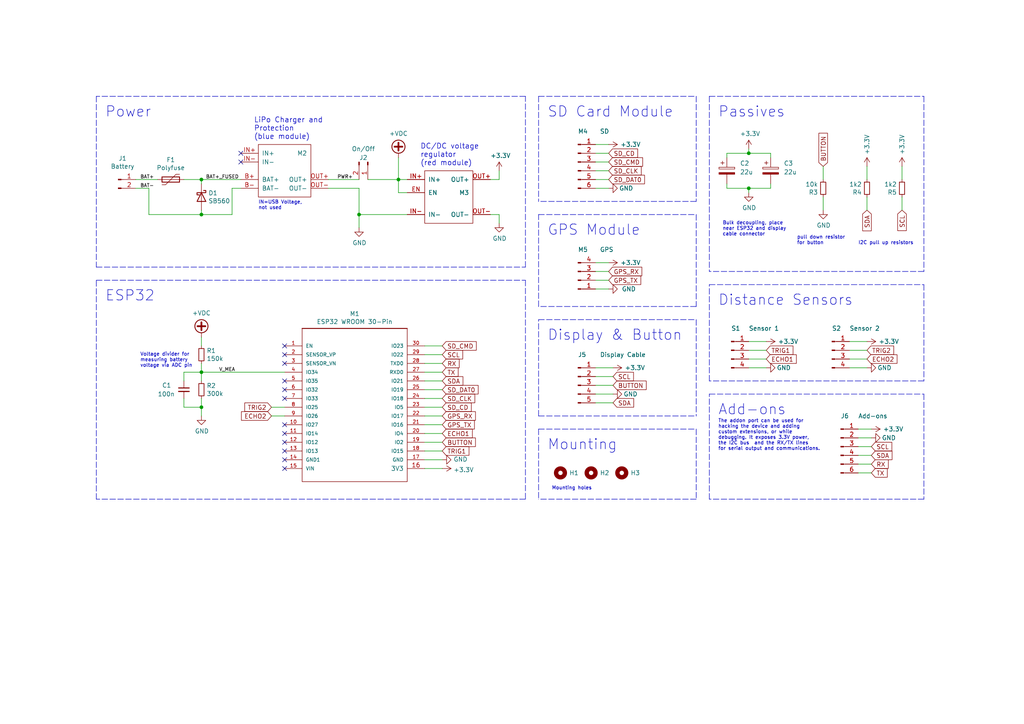
<source format=kicad_sch>
(kicad_sch (version 20211123) (generator eeschema)
  (paper "A4")
  (title_block (title "OpenBikeSensor") (date "2022-11-03") (rev "0.3.13") (company "OpenBikeSensor Community"))
  (lib_symbols
    (symbol "Connector:Conn_01x02_Male" (pin_names (offset 1.016) hide)
      (property "Reference" "J" (at 0 2.54 0))
      (property "Value" "Conn_01x02_Male" (at 0 -5.08 0))
      (symbol "Conn_01x02_Male_1_1"
        (polyline (pts (xy 1.27 -2.54) (xy 0.8636 -2.54)) (stroke (width 0.1524)))
        (polyline (pts (xy 1.27 0) (xy 0.8636 0)) (stroke (width 0.1524)))
        (rectangle (start 0.8636 -2.413) (end 0 -2.667) (stroke (width 0.1524)) (fill (type outline)))
        (rectangle (start 0.8636 0.127) (end 0 -0.127) (stroke (width 0.1524)) (fill (type outline)))
        (pin passive line (at 5.08 0 180) (length 3.81) (name "Pin_1") (number "1"))
        (pin passive line (at 5.08 -2.54 180) (length 3.81) (name "Pin_2") (number "2"))
      )
    )
    (symbol "Connector:Conn_01x04_Male" (pin_names (offset 1.016) hide)
      (property "Reference" "J" (at 0 5.08 0))
      (property "Value" "Conn_01x04_Male" (at 0 -7.62 0))
      (symbol "Conn_01x04_Male_1_1"
        (polyline (pts (xy 1.27 -5.08) (xy 0.8636 -5.08)) (stroke (width 0.1524)))
        (polyline (pts (xy 1.27 -2.54) (xy 0.8636 -2.54)) (stroke (width 0.1524)))
        (polyline (pts (xy 1.27 0) (xy 0.8636 0)) (stroke (width 0.1524)))
        (polyline (pts (xy 1.27 2.54) (xy 0.8636 2.54)) (stroke (width 0.1524)))
        (rectangle (start 0.8636 -4.953) (end 0 -5.207) (stroke (width 0.1524)) (fill (type outline)))
        (rectangle (start 0.8636 -2.413) (end 0 -2.667) (stroke (width 0.1524)) (fill (type outline)))
        (rectangle (start 0.8636 0.127) (end 0 -0.127) (stroke (width 0.1524)) (fill (type outline)))
        (rectangle (start 0.8636 2.667) (end 0 2.413) (stroke (width 0.1524)) (fill (type outline)))
        (pin passive line (at 5.08 2.54 180) (length 3.81) (name "Pin_1") (number "1"))
        (pin passive line (at 5.08 0 180) (length 3.81) (name "Pin_2") (number "2"))
        (pin passive line (at 5.08 -2.54 180) (length 3.81) (name "Pin_3") (number "3"))
        (pin passive line (at 5.08 -5.08 180) (length 3.81) (name "Pin_4") (number "4"))
      )
    )
    (symbol "Connector:Conn_01x05_Male" (pin_names (offset 1.016) hide)
      (property "Reference" "J" (at 0 7.62 0))
      (property "Value" "Conn_01x05_Male" (at 0 -7.62 0))
      (symbol "Conn_01x05_Male_1_1"
        (polyline (pts (xy 1.27 -5.08) (xy 0.8636 -5.08)) (stroke (width 0.1524)))
        (polyline (pts (xy 1.27 -2.54) (xy 0.8636 -2.54)) (stroke (width 0.1524)))
        (polyline (pts (xy 1.27 0) (xy 0.8636 0)) (stroke (width 0.1524)))
        (polyline (pts (xy 1.27 2.54) (xy 0.8636 2.54)) (stroke (width 0.1524)))
        (polyline (pts (xy 1.27 5.08) (xy 0.8636 5.08)) (stroke (width 0.1524)))
        (rectangle (start 0.8636 -4.953) (end 0 -5.207) (stroke (width 0.1524)) (fill (type outline)))
        (rectangle (start 0.8636 -2.413) (end 0 -2.667) (stroke (width 0.1524)) (fill (type outline)))
        (rectangle (start 0.8636 0.127) (end 0 -0.127) (stroke (width 0.1524)) (fill (type outline)))
        (rectangle (start 0.8636 2.667) (end 0 2.413) (stroke (width 0.1524)) (fill (type outline)))
        (rectangle (start 0.8636 5.207) (end 0 4.953) (stroke (width 0.1524)) (fill (type outline)))
        (pin passive line (at 5.08 5.08 180) (length 3.81) (name "Pin_1") (number "1"))
        (pin passive line (at 5.08 2.54 180) (length 3.81) (name "Pin_2") (number "2"))
        (pin passive line (at 5.08 0 180) (length 3.81) (name "Pin_3") (number "3"))
        (pin passive line (at 5.08 -2.54 180) (length 3.81) (name "Pin_4") (number "4"))
        (pin passive line (at 5.08 -5.08 180) (length 3.81) (name "Pin_5") (number "5"))
      )
    )
    (symbol "Connector:Conn_01x06_Male" (pin_names (offset 1.016) hide)
      (property "Reference" "J" (at 0 7.62 0))
      (property "Value" "Conn_01x06_Male" (at 0 -10.16 0))
      (symbol "Conn_01x06_Male_1_1"
        (polyline (pts (xy 1.27 -7.62) (xy 0.8636 -7.62)) (stroke (width 0.1524)))
        (polyline (pts (xy 1.27 -5.08) (xy 0.8636 -5.08)) (stroke (width 0.1524)))
        (polyline (pts (xy 1.27 -2.54) (xy 0.8636 -2.54)) (stroke (width 0.1524)))
        (polyline (pts (xy 1.27 0) (xy 0.8636 0)) (stroke (width 0.1524)))
        (polyline (pts (xy 1.27 2.54) (xy 0.8636 2.54)) (stroke (width 0.1524)))
        (polyline (pts (xy 1.27 5.08) (xy 0.8636 5.08)) (stroke (width 0.1524)))
        (rectangle (start 0.8636 -7.493) (end 0 -7.747) (stroke (width 0.1524)) (fill (type outline)))
        (rectangle (start 0.8636 -4.953) (end 0 -5.207) (stroke (width 0.1524)) (fill (type outline)))
        (rectangle (start 0.8636 -2.413) (end 0 -2.667) (stroke (width 0.1524)) (fill (type outline)))
        (rectangle (start 0.8636 0.127) (end 0 -0.127) (stroke (width 0.1524)) (fill (type outline)))
        (rectangle (start 0.8636 2.667) (end 0 2.413) (stroke (width 0.1524)) (fill (type outline)))
        (rectangle (start 0.8636 5.207) (end 0 4.953) (stroke (width 0.1524)) (fill (type outline)))
        (pin passive line (at 5.08 5.08 180) (length 3.81) (name "Pin_1") (number "1"))
        (pin passive line (at 5.08 2.54 180) (length 3.81) (name "Pin_2") (number "2"))
        (pin passive line (at 5.08 0 180) (length 3.81) (name "Pin_3") (number "3"))
        (pin passive line (at 5.08 -2.54 180) (length 3.81) (name "Pin_4") (number "4"))
        (pin passive line (at 5.08 -5.08 180) (length 3.81) (name "Pin_5") (number "5"))
        (pin passive line (at 5.08 -7.62 180) (length 3.81) (name "Pin_6") (number "6"))
      )
    )
    (symbol "Device:C_Polarized" (pin_numbers hide) (pin_names (offset 0.254))
      (property "Reference" "C" (at 0.635 2.54 0))
      (property "Value" "C_Polarized" (at 0.635 -2.54 0))
      (symbol "C_Polarized_0_1"
        (rectangle (start -2.286 0.508) (end 2.286 1.016))
        (polyline (pts (xy -1.778 2.286) (xy -0.762 2.286)))
        (polyline (pts (xy -1.27 2.794) (xy -1.27 1.778)))
        (rectangle (start 2.286 -0.508) (end -2.286 -1.016) (fill (type outline)))
      )
      (symbol "C_Polarized_1_1"
        (pin passive line (at 0 3.81 270) (length 2.794) (name "~") (number "1"))
        (pin passive line (at 0 -3.81 90) (length 2.794) (name "~") (number "2"))
      )
    )
    (symbol "Device:C_Small" (pin_numbers hide) (pin_names (offset 0.254) hide)
      (property "Reference" "C" (at 0.254 1.778 0))
      (property "Value" "C_Small" (at 0.254 -2.032 0))
      (symbol "C_Small_0_1"
        (polyline (pts (xy -1.524 -0.508) (xy 1.524 -0.508)) (stroke (width 0.3302)))
        (polyline (pts (xy -1.524 0.508) (xy 1.524 0.508)) (stroke (width 0.3048)))
      )
      (symbol "C_Small_1_1"
        (pin passive line (at 0 2.54 270) (length 2.032) (name "~") (number "1"))
        (pin passive line (at 0 -2.54 90) (length 2.032) (name "~") (number "2"))
      )
    )
    (symbol "Device:Polyfuse" (pin_numbers hide) (pin_names (offset 0))
      (property "Reference" "F" (at -2.54 0 90))
      (property "Value" "Polyfuse" (at 2.54 0 90))
      (symbol "Polyfuse_0_1"
        (rectangle (start -0.762 2.54) (end 0.762 -2.54) (stroke (width 0.254)))
        (polyline (pts (xy 0 2.54) (xy 0 -2.54)))
        (polyline (pts (xy -1.524 2.54) (xy -1.524 1.524) (xy 1.524 -1.524) (xy 1.524 -2.54)))
      )
      (symbol "Polyfuse_1_1"
        (pin passive line (at 0 3.81 270) (length 1.27) (name "~") (number "1"))
        (pin passive line (at 0 -3.81 90) (length 1.27) (name "~") (number "2"))
      )
    )
    (symbol "Device:R_Small" (pin_numbers hide) (pin_names (offset 0.254) hide)
      (property "Reference" "R" (at 0.762 0.508 0))
      (property "Value" "R_Small" (at 0.762 -1.016 0))
      (symbol "R_Small_0_1"
        (rectangle (start -0.762 1.778) (end 0.762 -1.778) (stroke (width 0.2032)))
      )
      (symbol "R_Small_1_1"
        (pin passive line (at 0 2.54 270) (length 0.762) (name "~") (number "1"))
        (pin passive line (at 0 -2.54 90) (length 0.762) (name "~") (number "2"))
      )
    )
    (symbol "Diode:1N5820" (pin_numbers hide) (pin_names (offset 1.016) hide)
      (property "Reference" "D" (at 0 2.54 0))
      (property "Value" "1N5820" (at 0 -2.54 0))
      (symbol "1N5820_0_1"
        (polyline (pts (xy 1.27 0) (xy -1.27 0)))
        (polyline (pts (xy 1.27 1.27) (xy 1.27 -1.27) (xy -1.27 0) (xy 1.27 1.27)) (stroke (width 0.254)))
        (polyline (pts (xy -1.905 0.635) (xy -1.905 1.27) (xy -1.27 1.27) (xy -1.27 -1.27) (xy -0.635 -1.27) (xy -0.635 -0.635)) (stroke (width 0.254)))
      )
      (symbol "1N5820_1_1"
        (pin passive line (at -3.81 0 0) (length 2.54) (name "K") (number "1"))
        (pin passive line (at 3.81 0 180) (length 2.54) (name "A") (number "2"))
      )
    )
    (symbol "Mechanical:MountingHole" (pin_names (offset 1.016))
      (property "Reference" "H" (at 0 5.08 0))
      (property "Value" "MountingHole" (at 0 3.175 0))
      (symbol "MountingHole_0_1"
        (circle (center 0 0) (radius 1.27) (stroke (width 1.27)))
      )
    )
    (symbol "OpenBikeSensor:ESP32-WROOM-30" (pin_names (offset 1.016))
      (property "Reference" "U" (at 0 0 0))
      (property "Value" "ESP32-WROOM-30" (at 0 0 0))
      (symbol "ESP32-WROOM-30_0_1"
        (rectangle (start -13.97 -2.54) (end 16.51 -46.99))
      )
      (symbol "ESP32-WROOM-30_1_1"
        (polyline (pts (xy -13.97 -2.54) (xy 16.51 -2.54)) (stroke (width 0.254)))
        (pin input line (at -19.05 -7.62 0) (length 5.08) (name "EN") (number "1"))
        (pin bidirectional line (at -19.05 -30.48 0) (length 5.08) (name "IO27") (number "10"))
        (pin bidirectional line (at -19.05 -33.02 0) (length 5.08) (name "IO14") (number "11"))
        (pin bidirectional line (at -19.05 -35.56 0) (length 5.08) (name "IO12") (number "12"))
        (pin bidirectional line (at -19.05 -38.1 0) (length 5.08) (name "IO13") (number "13"))
        (pin power_in line (at -19.05 -40.64 0) (length 5.08) (name "GND1") (number "14"))
        (pin power_in line (at -19.05 -43.18 0) (length 5.08) (name "VIN") (number "15"))
        (pin power_in line (at 21.59 -43.18 180) (length 5.08) (name "3V3") (number "16"))
        (pin power_in line (at 21.59 -40.64 180) (length 5.08) (name "GND") (number "17"))
        (pin bidirectional line (at 21.59 -38.1 180) (length 5.08) (name "IO15") (number "18"))
        (pin bidirectional line (at 21.59 -35.56 180) (length 5.08) (name "IO2") (number "19"))
        (pin input line (at -19.05 -10.16 0) (length 5.08) (name "SENSOR_VP") (number "2"))
        (pin bidirectional line (at 21.59 -33.02 180) (length 5.08) (name "IO4") (number "20"))
        (pin bidirectional line (at 21.59 -30.48 180) (length 5.08) (name "IO16") (number "21"))
        (pin bidirectional line (at 21.59 -27.94 180) (length 5.08) (name "IO17") (number "22"))
        (pin bidirectional line (at 21.59 -25.4 180) (length 5.08) (name "IO5") (number "23"))
        (pin bidirectional line (at 21.59 -22.86 180) (length 5.08) (name "IO18") (number "24"))
        (pin bidirectional line (at 21.59 -20.32 180) (length 5.08) (name "IO19") (number "25"))
        (pin bidirectional line (at 21.59 -17.78 180) (length 5.08) (name "IO21") (number "26"))
        (pin input line (at 21.59 -15.24 180) (length 5.08) (name "RXD0") (number "27"))
        (pin output line (at 21.59 -12.7 180) (length 5.08) (name "TXD0") (number "28"))
        (pin bidirectional line (at 21.59 -10.16 180) (length 5.08) (name "IO22") (number "29"))
        (pin input line (at -19.05 -12.7 0) (length 5.08) (name "SENSOR_VN") (number "3"))
        (pin bidirectional line (at 21.59 -7.62 180) (length 5.08) (name "IO23") (number "30"))
        (pin bidirectional line (at -19.05 -15.24 0) (length 5.08) (name "IO34") (number "4"))
        (pin bidirectional line (at -19.05 -17.78 0) (length 5.08) (name "IO35") (number "5"))
        (pin bidirectional line (at -19.05 -20.32 0) (length 5.08) (name "IO32") (number "6"))
        (pin bidirectional line (at -19.05 -22.86 0) (length 5.08) (name "IO33") (number "7"))
        (pin bidirectional line (at -19.05 -25.4 0) (length 5.08) (name "IO25") (number "8"))
        (pin bidirectional line (at -19.05 -27.94 0) (length 5.08) (name "IO26") (number "9"))
      )
    )
    (symbol "OpenBikeSensor:LIPoChargerWithProtection" (pin_names (offset 1.016))
      (property "Reference" "M?" (at 0 0 0))
      (property "Value" "LIPoChargerWithProtection" (at 1.905 -9.525 0))
      (symbol "LIPoChargerWithProtection_1_1"
        (rectangle (start -7.62 7.62) (end 7.62 -7.62))
        (pin power_in line (at -12.7 -2.54 0) (length 5.08) (name "BAT+") (number "B+"))
        (pin power_in line (at -12.7 -5.08 0) (length 5.08) (name "BAT-") (number "B-"))
        (pin power_in line (at -12.7 5.08 0) (length 5.08) (name "IN+") (number "IN+"))
        (pin power_in line (at -12.7 2.54 0) (length 5.08) (name "IN-") (number "IN-"))
        (pin power_out line (at 12.7 -2.54 180) (length 5.08) (name "OUT+") (number "OUT+"))
        (pin power_out line (at 12.7 -5.08 180) (length 5.08) (name "OUT-") (number "OUT-"))
      )
    )
    (symbol "OpenBikeSensor:VoltageRegulator" (pin_names (offset 1.016))
      (property "Reference" "U" (at -1.27 8.89 0))
      (property "Value" "VoltageRegulator" (at -1.27 11.43 0))
      (symbol "VoltageRegulator_0_1"
        (rectangle (start -7.62 7.62) (end 6.35 -7.62))
      )
      (symbol "VoltageRegulator_1_1"
        (pin input line (at -12.7 1.27 0) (length 5.08) (name "EN") (number "EN"))
        (pin power_in line (at -12.7 5.08 0) (length 5.08) (name "IN+") (number "IN+"))
        (pin power_in line (at -12.7 -5.08 0) (length 5.08) (name "IN-") (number "IN-"))
        (pin power_out line (at 11.43 5.08 180) (length 5.08) (name "OUT+") (number "OUT+"))
        (pin power_out line (at 11.43 -5.08 180) (length 5.08) (name "OUT-") (number "OUT-"))
      )
    )
    (symbol "power:+3.3V" (power) (pin_names (offset 0))
      (property "Value" "+3.3V" (at 0 3.556 0))
      (symbol "+3.3V_0_1"
        (polyline (pts (xy -0.762 1.27) (xy 0 2.54)))
        (polyline (pts (xy 0 0) (xy 0 2.54)))
        (polyline (pts (xy 0 2.54) (xy 0.762 1.27)))
      )
      (symbol "+3.3V_1_1"
        (pin power_in line (at 0 0 90) (length 0) hide (name "+3.3V") (number "1"))
      )
    )
    (symbol "power:+VDC" (power) (pin_names (offset 0))
      (property "Value" "+VDC" (at 0 6.35 0))
      (symbol "+VDC_0_1"
        (polyline (pts (xy -1.143 3.175) (xy 1.143 3.175)) (stroke (width 0.508)))
        (polyline (pts (xy 0 0) (xy 0 1.27)))
        (polyline (pts (xy 0 2.032) (xy 0 4.318)) (stroke (width 0.508)))
        (circle (center 0 3.175) (radius 1.905) (stroke (width 0.254)))
      )
      (symbol "+VDC_1_1"
        (pin power_in line (at 0 0 90) (length 0) hide (name "+VDC") (number "1"))
      )
    )
    (symbol "power:GND" (power) (pin_names (offset 0))
      (property "Value" "GND" (at 0 -3.81 0))
      (symbol "GND_0_1"
        (polyline (pts (xy 0 0) (xy 0 -1.27) (xy 1.27 -1.27) (xy 0 -2.54) (xy -1.27 -1.27) (xy 0 -1.27)))
      )
      (symbol "GND_1_1"
        (pin power_in line (at 0 0 270) (length 0) hide (name "GND") (number "1"))
      )
    )
  )
  (junction (at 217.17 44.45))
  (junction (at 58.42 107.95))
  (junction (at 58.42 118.11))
  (junction (at 217.17 54.61))
  (junction (at 58.42 52.07))
  (junction (at 58.42 62.23))
  (junction (at 115.57 52.07))
  (junction (at 104.14 62.23))
  (no_connect (at 82.55 105.41))
  (no_connect (at 69.85 44.45))
  (no_connect (at 82.55 123.19))
  (no_connect (at 82.55 130.81))
  (no_connect (at 82.55 133.35))
  (no_connect (at 82.55 110.49))
  (no_connect (at 82.55 115.57))
  (no_connect (at 82.55 135.89))
  (no_connect (at 69.85 46.99))
  (no_connect (at 82.55 102.87))
  (no_connect (at 82.55 125.73))
  (no_connect (at 82.55 113.03))
  (no_connect (at 82.55 100.33))
  (no_connect (at 82.55 128.27))
  (polyline (pts (xy 152.4 27.94) (xy 27.94 27.94)))
  (polyline (pts (xy 201.93 88.9) (xy 156.21 88.9)))
  (polyline (pts (xy 201.93 92.71) (xy 201.93 120.65)))
  (wire (pts (xy 128.27 100.33) (xy 123.19 100.33)))
  (polyline (pts (xy 156.21 120.65) (xy 156.21 92.71)))
  (polyline (pts (xy 201.93 124.46) (xy 201.93 144.78)))
  (wire (pts (xy 104.14 66.04) (xy 104.14 62.23)))
  (wire (pts (xy 176.53 83.82) (xy 172.72 83.82)))
  (wire (pts (xy 144.78 62.23) (xy 142.24 62.23)))
  (wire (pts (xy 176.53 78.74) (xy 172.72 78.74)))
  (polyline (pts (xy 156.21 62.23) (xy 201.93 62.23)))
  (wire (pts (xy 53.34 115.57) (xy 53.34 118.11)))
  (wire (pts (xy 115.57 52.07) (xy 118.11 52.07)))
  (wire (pts (xy 222.25 104.14) (xy 217.17 104.14)))
  (wire (pts (xy 69.85 54.61) (xy 67.31 54.61)))
  (wire (pts (xy 246.38 106.68) (xy 251.46 106.68)))
  (polyline (pts (xy 156.21 88.9) (xy 156.21 62.23)))
  (wire (pts (xy 172.72 109.22) (xy 177.8 109.22)))
  (wire (pts (xy 128.27 125.73) (xy 123.19 125.73)))
  (wire (pts (xy 128.27 107.95) (xy 123.19 107.95)))
  (polyline (pts (xy 267.97 144.78) (xy 205.74 144.78)))
  (wire (pts (xy 251.46 99.06) (xy 246.38 99.06)))
  (wire (pts (xy 115.57 55.88) (xy 115.57 52.07)))
  (wire (pts (xy 251.46 104.14) (xy 246.38 104.14)))
  (wire (pts (xy 123.19 115.57) (xy 128.27 115.57)))
  (wire (pts (xy 210.82 44.45) (xy 210.82 45.72)))
  (wire (pts (xy 172.72 114.3) (xy 177.8 114.3)))
  (polyline (pts (xy 205.74 82.55) (xy 267.97 82.55)))
  (wire (pts (xy 128.27 123.19) (xy 123.19 123.19)))
  (polyline (pts (xy 267.97 27.94) (xy 267.97 78.74)))
  (polyline (pts (xy 152.4 77.47) (xy 152.4 27.94)))
  (wire (pts (xy 251.46 57.15) (xy 251.46 60.96)))
  (polyline (pts (xy 156.21 124.46) (xy 156.21 144.78)))
  (wire (pts (xy 210.82 54.61) (xy 217.17 54.61)))
  (wire (pts (xy 43.18 62.23) (xy 43.18 54.61)))
  (polyline (pts (xy 156.21 27.94) (xy 156.21 58.42)))
  (polyline (pts (xy 205.74 110.49) (xy 205.74 82.55)))
  (polyline (pts (xy 205.74 27.94) (xy 205.74 78.74)))
  (polyline (pts (xy 201.93 144.78) (xy 156.21 144.78)))
  (wire (pts (xy 106.68 52.07) (xy 115.57 52.07)))
  (wire (pts (xy 58.42 62.23) (xy 58.42 60.96)))
  (wire (pts (xy 58.42 118.11) (xy 58.42 115.57)))
  (wire (pts (xy 78.74 118.11) (xy 82.55 118.11)))
  (wire (pts (xy 104.14 54.61) (xy 95.25 54.61)))
  (polyline (pts (xy 201.93 62.23) (xy 201.93 88.9)))
  (polyline (pts (xy 267.97 78.74) (xy 205.74 78.74)))
  (wire (pts (xy 58.42 107.95) (xy 82.55 107.95)))
  (polyline (pts (xy 27.94 27.94) (xy 27.94 77.47)))
  (wire (pts (xy 248.92 132.08) (xy 252.73 132.08)))
  (polyline (pts (xy 267.97 110.49) (xy 205.74 110.49)))
  (wire (pts (xy 144.78 52.07) (xy 144.78 49.53)))
  (wire (pts (xy 142.24 52.07) (xy 144.78 52.07)))
  (wire (pts (xy 78.74 120.65) (xy 82.55 120.65)))
  (wire (pts (xy 58.42 52.07) (xy 69.85 52.07)))
  (wire (pts (xy 251.46 48.26) (xy 251.46 52.07)))
  (polyline (pts (xy 27.94 144.78) (xy 27.94 81.28)))
  (wire (pts (xy 53.34 52.07) (xy 58.42 52.07)))
  (wire (pts (xy 118.11 55.88) (xy 115.57 55.88)))
  (wire (pts (xy 177.8 116.84) (xy 172.72 116.84)))
  (wire (pts (xy 53.34 107.95) (xy 58.42 107.95)))
  (wire (pts (xy 123.19 110.49) (xy 128.27 110.49)))
  (wire (pts (xy 58.42 52.07) (xy 58.42 53.34)))
  (wire (pts (xy 248.92 127) (xy 252.73 127)))
  (wire (pts (xy 210.82 53.34) (xy 210.82 54.61)))
  (polyline (pts (xy 201.93 27.94) (xy 201.93 58.42)))
  (wire (pts (xy 238.76 52.07) (xy 238.76 48.26)))
  (wire (pts (xy 217.17 44.45) (xy 210.82 44.45)))
  (polyline (pts (xy 156.21 124.46) (xy 201.93 124.46)))
  (wire (pts (xy 39.37 54.61) (xy 43.18 54.61)))
  (wire (pts (xy 172.72 111.76) (xy 177.8 111.76)))
  (wire (pts (xy 177.8 106.68) (xy 172.72 106.68)))
  (wire (pts (xy 123.19 120.65) (xy 128.27 120.65)))
  (wire (pts (xy 172.72 49.53) (xy 176.53 49.53)))
  (wire (pts (xy 53.34 110.49) (xy 53.34 107.95)))
  (wire (pts (xy 223.52 45.72) (xy 223.52 44.45)))
  (wire (pts (xy 58.42 110.49) (xy 58.42 107.95)))
  (polyline (pts (xy 201.93 58.42) (xy 156.21 58.42)))
  (polyline (pts (xy 156.21 120.65) (xy 201.93 120.65)))
  (polyline (pts (xy 267.97 82.55) (xy 267.97 110.49)))
  (polyline (pts (xy 152.4 81.28) (xy 152.4 144.78)))
  (wire (pts (xy 53.34 118.11) (xy 58.42 118.11)))
  (wire (pts (xy 217.17 54.61) (xy 217.17 55.88)))
  (wire (pts (xy 128.27 102.87) (xy 123.19 102.87)))
  (wire (pts (xy 104.14 62.23) (xy 104.14 54.61)))
  (polyline (pts (xy 156.21 92.71) (xy 201.93 92.71)))
  (wire (pts (xy 246.38 101.6) (xy 251.46 101.6)))
  (wire (pts (xy 172.72 44.45) (xy 176.53 44.45)))
  (polyline (pts (xy 205.74 144.78) (xy 205.74 114.3)))
  (wire (pts (xy 58.42 62.23) (xy 67.31 62.23)))
  (wire (pts (xy 123.19 133.35) (xy 128.27 133.35)))
  (wire (pts (xy 261.62 48.26) (xy 261.62 52.07)))
  (wire (pts (xy 58.42 97.79) (xy 58.42 100.33)))
  (polyline (pts (xy 27.94 81.28) (xy 152.4 81.28)))
  (wire (pts (xy 104.14 62.23) (xy 118.11 62.23)))
  (wire (pts (xy 217.17 106.68) (xy 222.25 106.68)))
  (wire (pts (xy 58.42 62.23) (xy 43.18 62.23)))
  (wire (pts (xy 128.27 105.41) (xy 123.19 105.41)))
  (wire (pts (xy 123.19 113.03) (xy 128.27 113.03)))
  (wire (pts (xy 176.53 52.07) (xy 172.72 52.07)))
  (wire (pts (xy 217.17 54.61) (xy 223.52 54.61)))
  (polyline (pts (xy 205.74 114.3) (xy 267.97 114.3)))
  (wire (pts (xy 144.78 64.77) (xy 144.78 62.23)))
  (wire (pts (xy 238.76 60.96) (xy 238.76 57.15)))
  (wire (pts (xy 223.52 44.45) (xy 217.17 44.45)))
  (wire (pts (xy 172.72 54.61) (xy 176.53 54.61)))
  (wire (pts (xy 67.31 54.61) (xy 67.31 62.23)))
  (wire (pts (xy 248.92 124.46) (xy 252.73 124.46)))
  (polyline (pts (xy 205.74 27.94) (xy 267.97 27.94)))
  (polyline (pts (xy 156.21 27.94) (xy 201.93 27.94)))
  (wire (pts (xy 248.92 129.54) (xy 252.73 129.54)))
  (wire (pts (xy 39.37 52.07) (xy 45.72 52.07)))
  (wire (pts (xy 172.72 76.2) (xy 176.53 76.2)))
  (wire (pts (xy 223.52 54.61) (xy 223.52 53.34)))
  (wire (pts (xy 115.57 45.72) (xy 115.57 52.07)))
  (polyline (pts (xy 27.94 77.47) (xy 152.4 77.47)))
  (wire (pts (xy 176.53 41.91) (xy 172.72 41.91)))
  (wire (pts (xy 58.42 107.95) (xy 58.42 105.41)))
  (wire (pts (xy 176.53 46.99) (xy 172.72 46.99)))
  (wire (pts (xy 222.25 99.06) (xy 217.17 99.06)))
  (wire (pts (xy 217.17 101.6) (xy 222.25 101.6)))
  (wire (pts (xy 123.19 130.81) (xy 128.27 130.81)))
  (wire (pts (xy 172.72 81.28) (xy 176.53 81.28)))
  (polyline (pts (xy 267.97 114.3) (xy 267.97 144.78)))
  (wire (pts (xy 261.62 57.15) (xy 261.62 60.96)))
  (wire (pts (xy 248.92 134.62) (xy 252.73 134.62)))
  (wire (pts (xy 217.17 43.18) (xy 217.17 44.45)))
  (wire (pts (xy 128.27 118.11) (xy 123.19 118.11)))
  (wire (pts (xy 248.92 137.16) (xy 252.73 137.16)))
  (wire (pts (xy 58.42 120.65) (xy 58.42 118.11)))
  (wire (pts (xy 128.27 135.89) (xy 123.19 135.89)))
  (wire (pts (xy 128.27 128.27) (xy 123.19 128.27)))
  (wire (pts (xy 95.25 52.07) (xy 104.14 52.07)))
  (polyline (pts (xy 152.4 144.78) (xy 27.94 144.78)))
  (text "Mounting holes" (at 160.02 142.24 0) (effects (font (size 1 1)) (justify left bottom)))
  (text "Distance Sensors" (at 208.28 88.9 0) (effects (font (size 2.9972 2.9972)) (justify left bottom)))
  (text "Voltage divider for\nmeasuring battery \nvoltage via ADC pin" (at 40.64 106.68 0) (effects (font (size 1 1)) (justify left bottom)))
  (text "Power" (at 30.48 34.29 0) (effects (font (size 2.9972 2.9972)) (justify left bottom)))
  (text "DC/DC voltage\nregulator\n(red module)" (at 121.92 48.26 0) (effects (font (size 1.4986 1.4986)) (justify left bottom)))
  (text "Display & Button" (at 158.75 99.06 0) (effects (font (size 2.9972 2.9972)) (justify left bottom)))
  (text "Bulk decoupling, place\nnear ESP32 and display\ncable connector" (at 209.55 68.58 0) (effects (font (size 1 1)) (justify left bottom)))
  (text "Add-ons" (at 208.28 120.65 0) (effects (font (size 2.9972 2.9972)) (justify left bottom)))
  (text "GPS Module" (at 158.75 68.58 0) (effects (font (size 2.9972 2.9972)) (justify left bottom)))
  (text "pull down resistor\nfor button" (at 231.14 71.12 0) (effects (font (size 1 1)) (justify left bottom)))
  (text "Passives" (at 208.28 34.29 0) (effects (font (size 2.9972 2.9972)) (justify left bottom)))
  (text "I2C pull up resistors" (at 248.92 71.12 0) (effects (font (size 1 1)) (justify left bottom)))
  (text "IN=USB Voltage,\nnot used" (at 74.93 60.96 0) (effects (font (size 1 1)) (justify left bottom)))
  (text "Mounting" (at 158.75 130.81 0) (effects (font (size 2.9972 2.9972)) (justify left bottom)))
  (text "LiPo Charger and\nProtection\n(blue module)" (at 73.66 40.64 0) (effects (font (size 1.4986 1.4986)) (justify left bottom)))
  (text "SD Card Module" (at 158.75 34.29 0) (effects (font (size 2.9972 2.9972)) (justify left bottom)))
  (text "The addon port can be used for \nhacking the device and adding \ncustom extensions, or while \ndebugging. It exposes 3.3V power, \nthe I2C bus  and the RX/TX lines \nfor serial output and communications." (at 208.28 130.81 0) (effects (font (size 1 1)) (justify left bottom)))
  (text "ESP32" (at 30.48 87.63 0) (effects (font (size 2.9972 2.9972)) (justify left bottom)))
  (label "V_MEA" (at 63.5 107.95 0) (effects (font (size 1 1))))
  (label "BAT-" (at 40.64 54.61 0) (effects (font (size 1 1))))
  (label "BAT+" (at 40.64 52.07 0) (effects (font (size 1 1))))
  (label "BAT+_FUSED" (at 59.69 52.07 0) (effects (font (size 1 1))))
  (label "PWR+" (at 97.79 52.07 0) (effects (font (size 1 1))))
  (global_label "SD_DAT0" (shape input) (at 128.27 113.03 0) (property "Intersheet References" "${INTERSHEET_REFS}" (effects hide)))
  (global_label "BUTTON" (shape input) (at 177.8 111.76 0) (property "Intersheet References" "${INTERSHEET_REFS}" (effects hide)))
  (global_label "ECHO2" (shape input) (at 78.74 120.65 180) (property "Intersheet References" "${INTERSHEET_REFS}" (effects hide)))
  (global_label "BUTTON" (shape input) (at 128.27 128.27 0) (property "Intersheet References" "${INTERSHEET_REFS}" (effects hide)))
  (global_label "ECHO1" (shape input) (at 222.25 104.14 0) (property "Intersheet References" "${INTERSHEET_REFS}" (effects hide)))
  (global_label "ECHO2" (shape input) (at 251.46 104.14 0) (property "Intersheet References" "${INTERSHEET_REFS}" (effects hide)))
  (global_label "RX" (shape input) (at 128.27 105.41 0) (property "Intersheet References" "${INTERSHEET_REFS}" (effects hide)))
  (global_label "SD_CD" (shape input) (at 128.27 118.11 0) (property "Intersheet References" "${INTERSHEET_REFS}" (effects hide)))
  (global_label "TRIG1" (shape input) (at 128.27 130.81 0) (property "Intersheet References" "${INTERSHEET_REFS}" (effects hide)))
  (global_label "SCL" (shape input) (at 128.27 102.87 0) (property "Intersheet References" "${INTERSHEET_REFS}" (effects hide)))
  (global_label "TX" (shape input) (at 252.73 137.16 0) (property "Intersheet References" "${INTERSHEET_REFS}" (effects hide)))
  (global_label "SCL" (shape input) (at 177.8 109.22 0) (property "Intersheet References" "${INTERSHEET_REFS}" (effects hide)))
  (global_label "SDA" (shape input) (at 177.8 116.84 0) (property "Intersheet References" "${INTERSHEET_REFS}" (effects hide)))
  (global_label "GPS_RX" (shape input) (at 128.27 120.65 0) (property "Intersheet References" "${INTERSHEET_REFS}" (effects hide)))
  (global_label "RX" (shape input) (at 252.73 134.62 0) (property "Intersheet References" "${INTERSHEET_REFS}" (effects hide)))
  (global_label "TRIG2" (shape input) (at 251.46 101.6 0) (property "Intersheet References" "${INTERSHEET_REFS}" (effects hide)))
  (global_label "SD_CLK" (shape input) (at 176.53 49.53 0) (property "Intersheet References" "${INTERSHEET_REFS}" (effects hide)))
  (global_label "SD_CMD" (shape input) (at 176.53 46.99 0) (property "Intersheet References" "${INTERSHEET_REFS}" (effects hide)))
  (global_label "SD_DAT0" (shape input) (at 176.53 52.07 0) (property "Intersheet References" "${INTERSHEET_REFS}" (effects hide)))
  (global_label "SCL" (shape input) (at 261.62 60.96 270) (property "Intersheet References" "${INTERSHEET_REFS}" (effects hide)))
  (global_label "TRIG2" (shape input) (at 78.74 118.11 180) (property "Intersheet References" "${INTERSHEET_REFS}" (effects hide)))
  (global_label "SD_CD" (shape input) (at 176.53 44.45 0) (property "Intersheet References" "${INTERSHEET_REFS}" (effects hide)))
  (global_label "GPS_TX" (shape input) (at 176.53 81.28 0) (property "Intersheet References" "${INTERSHEET_REFS}" (effects hide)))
  (global_label "ECHO1" (shape input) (at 128.27 125.73 0) (property "Intersheet References" "${INTERSHEET_REFS}" (effects hide)))
  (global_label "SCL" (shape input) (at 252.73 129.54 0) (property "Intersheet References" "${INTERSHEET_REFS}" (effects hide)))
  (global_label "TX" (shape input) (at 128.27 107.95 0) (property "Intersheet References" "${INTERSHEET_REFS}" (effects hide)))
  (global_label "GPS_TX" (shape input) (at 128.27 123.19 0) (property "Intersheet References" "${INTERSHEET_REFS}" (effects hide)))
  (global_label "SDA" (shape input) (at 251.46 60.96 270) (property "Intersheet References" "${INTERSHEET_REFS}" (effects hide)))
  (global_label "TRIG1" (shape input) (at 222.25 101.6 0) (property "Intersheet References" "${INTERSHEET_REFS}" (effects hide)))
  (global_label "SD_CMD" (shape input) (at 128.27 100.33 0) (property "Intersheet References" "${INTERSHEET_REFS}" (effects hide)))
  (global_label "SDA" (shape input) (at 252.73 132.08 0) (property "Intersheet References" "${INTERSHEET_REFS}" (effects hide)))
  (global_label "SDA" (shape input) (at 128.27 110.49 0) (property "Intersheet References" "${INTERSHEET_REFS}" (effects hide)))
  (global_label "GPS_RX" (shape input) (at 176.53 78.74 0) (property "Intersheet References" "${INTERSHEET_REFS}" (effects hide)))
  (global_label "BUTTON" (shape input) (at 238.76 48.26 90) (property "Intersheet References" "${INTERSHEET_REFS}" (effects hide)))
  (global_label "SD_CLK" (shape input) (at 128.27 115.57 0) (property "Intersheet References" "${INTERSHEET_REFS}" (effects hide)))
  (symbol (lib_id "power:GND") (at 128.27 133.35 90) (unit 1)
    (property "Reference" "#PWR0102" (effects hide))
    (property "Value" "GND" (at 131.5212 133.223 90) (effects (justify right)))
  )
  (symbol (lib_id "power:+3.3V") (at 128.27 135.89 270) (unit 1)
    (property "Reference" "#PWR0103" (effects hide))
    (property "Value" "+3.3V" (at 131.5212 136.271 90) (effects (justify left)))
  )
  (symbol (lib_id "Device:R_Small") (at 238.76 54.61 180) (unit 1)
    (property "Reference" "R3" (at 237.2614 55.7784 0) (effects (justify left)))
    (property "Value" "10k" (at 237.2614 53.467 0) (effects (justify left)))
    (property "Footprint" "OpenBikeSensor:Resistor_Combined_THT3_SMD0805" (effects hide))
    (property "Segor.de" "https://www.segor.de/#Q=MF10k-1%2525&M=1" (effects hide))
    (property "Reichelt" "https://www.reichelt.de/widerstand-kohleschicht-10-kohm-0207-250-mw-5-1-4w-10k-p1338.html?r=1" (effects hide))
  )
  (symbol (lib_id "power:+3.3V") (at 176.53 76.2 270) (unit 1)
    (property "Reference" "#PWR07" (effects hide))
    (property "Value" "+3.3V" (at 182.88 76.2 90))
  )
  (symbol (lib_id "OpenBikeSensor:ESP32-WROOM-30") (at 101.6 92.71 0) (unit 1)
    (property "Reference" "M1" (at 102.87 91.0082 0))
    (property "Value" "ESP32 WROOM 30-Pin" (at 102.87 93.3196 0))
    (property "Footprint" "OpenBikeSensor:ESP32_WROOM_30_SMD" (effects hide))
    (property "Conrad" "2x https://www.conrad.de/de/p/fischer-elektronik-buchsenleiste-standard-anzahl-reihen-1-polzahl-je-reihe-20-bl-lp-5-smd-20-z-1-409080.html" (effects hide))
    (property "Aliexpress" "https://de.aliexpress.com/item/32889969250.html --- https://de.aliexpress.com/item/32959541446.html --- https://de.aliexpress.com/item/33040503442.html  --- https://de.aliexpress.com/item/4001050278803.html" (effects hide))
    (property "Reichelt" "2x  https://www.reichelt.de/buchsenleisten-2-54-mm-1x16-gerade-mpe-094-1-016-p119919.html   und Beinchen wechselseitig umbiegen. Nur im Notfall!" (effects hide))
    (property "Segor.de" "https://www.segor.de/#Q=FL1x20-180G(h%253D5%252C7mm)&M=1   und Beinchen wechselseitig umbiegen. Nur im Notfall!" (effects hide))
    (property "ebay" "https://www.ebay.de/itm/10-pcs-SMD-Buchsenleiste-1x-16-polig-RM-2-54mm-NEU-BP/231930033721?hash=item36001b7639:g:5Q4AAOSwofxUgJJ7" (effects hide))
  )
  (symbol (lib_id "power:GND") (at 238.76 60.96 0) (unit 1)
    (property "Reference" "#PWR0109" (effects hide))
    (property "Value" "GND" (at 238.887 65.3542 0))
  )
  (symbol (lib_id "Device:R_Small") (at 58.42 102.87 0) (unit 1)
    (property "Reference" "R1" (at 59.9186 101.7016 0) (effects (justify left)))
    (property "Value" "150k" (at 59.9186 104.013 0) (effects (justify left)))
    (property "Footprint" "OpenBikeSensor:Resistor_Combined_THT3_SMD0805" (effects hide))
    (property "Segor.de" "https://www.segor.de/#Q=MF5M6-1%2525&M=1" (effects hide))
    (property "Reichelt" "https://www.reichelt.de/widerstand-metallschicht-1-0-mohm-0207-250-mw-0-1-arc-mra0207-1m-b-p237509.html" (effects hide))
  )
  (symbol (lib_id "Device:R_Small") (at 58.42 113.03 0) (unit 1)
    (property "Reference" "R2" (at 59.9186 111.8616 0) (effects (justify left)))
    (property "Value" "300k" (at 59.9186 114.173 0) (effects (justify left)))
    (property "Footprint" "OpenBikeSensor:Resistor_Combined_THT3_SMD0805" (effects hide))
    (property "Segor.de" "2x https://www.segor.de/#Q=MF5M6-1%2525&M=1" (effects hide))
    (property "Reichelt" "2x https://www.reichelt.de/widerstand-metallschicht-1-0-mohm-0207-250-mw-0-1-arc-mra0207-1m-b-p237509.html" (effects hide))
  )
  (symbol (lib_id "Connector:Conn_01x04_Male") (at 212.09 101.6 0) (unit 1)
    (property "Reference" "S1" (at 212.09 95.25 0) (effects (justify left)))
    (property "Value" "Sensor 1" (at 217.17 95.25 0) (effects (justify left)))
    (property "Footprint" "OpenBikeSensor:Connector_1x04" (effects hide))
    (property "Bemerkung" "Ultraschall Connector 1 (Connector via Conrad/reichelt/segor)" (effects hide))
    (property "Conrad" "https://www.conrad.de/de/p/bkl-electronic-stiftleiste-standard-anzahl-reihen-1-polzahl-je-reihe-40-10120513-1-393494.html" (effects hide))
    (property "Aliexpress" "https://de.aliexpress.com/item/32218396409.html" (effects hide))
    (property "Segor.de" "https://www.segor.de/#Q=SL1x40-180G%252F13%252C8&M=1" (effects hide))
    (property "Reichelt" "https://www.reichelt.de/40pol-stiftleiste-gerade-rm-2-54-sl-1x40g-2-54-p19506.html" (effects hide))
  )
  (symbol (lib_id "Connector:Conn_01x04_Male") (at 241.3 101.6 0) (unit 1)
    (property "Reference" "S2" (at 241.3 95.25 0) (effects (justify left)))
    (property "Value" "Sensor 2" (at 246.38 95.25 0) (effects (justify left)))
    (property "Footprint" "OpenBikeSensor:Connector_1x04" (effects hide))
    (property "Bemerkung" "Ultraschall Connector 2 (Connector via Conrad/reichelt/segor)" (effects hide))
    (property "Aliexpress" "https://de.aliexpress.com/item/32218396409.html" (effects hide))
    (property "Segor.de" "https://www.segor.de/#Q=SL1x40-180G%252F13%252C8&M=1" (effects hide))
    (property "Reichelt" "https://www.reichelt.de/40pol-stiftleiste-gerade-rm-2-54-sl-1x40g-2-54-p19506.html" (effects hide))
    (property "Conrad" "https://www.conrad.de/de/p/bkl-electronic-stiftleiste-standard-anzahl-reihen-1-polzahl-je-reihe-40-10120513-1-393494.html" (effects hide))
  )
  (symbol (lib_id "power:+3.3V") (at 222.25 99.06 270) (unit 1)
    (property "Reference" "#PWR012" (effects hide))
    (property "Value" "+3.3V" (at 228.6 99.06 90))
  )
  (symbol (lib_id "power:+3.3V") (at 251.46 99.06 270) (unit 1)
    (property "Reference" "#PWR014" (effects hide))
    (property "Value" "+3.3V" (at 257.81 99.06 90))
  )
  (symbol (lib_id "power:GND") (at 251.46 106.68 90) (unit 1)
    (property "Reference" "#PWR015" (effects hide))
    (property "Value" "GND" (at 256.54 106.68 90))
  )
  (symbol (lib_id "power:GND") (at 222.25 106.68 90) (unit 1)
    (property "Reference" "#PWR013" (effects hide))
    (property "Value" "GND" (at 227.33 106.68 90))
  )
  (symbol (lib_id "power:GND") (at 58.42 120.65 0) (unit 1)
    (property "Reference" "#PWR020" (effects hide))
    (property "Value" "GND" (at 58.547 125.0442 0))
  )
  (symbol (lib_id "power:+VDC") (at 58.42 97.79 0) (unit 1)
    (property "Reference" "#PWR03" (effects hide))
    (property "Value" "+VDC" (at 58.42 90.805 0))
  )
  (symbol (lib_id "Device:C_Small") (at 53.34 113.03 0) (unit 1)
    (property "Reference" "C1" (at 46.99 111.76 0) (effects (justify left)))
    (property "Value" "100n" (at 45.72 114.3 0) (effects (justify left)))
    (property "Footprint" "Capacitors_THT:C_Disc_D3.0mm_W1.6mm_P2.50mm" (effects hide))
    (property "Reichelt" "https://www.reichelt.de/vielschicht-keramikkondensator-100n-10-x7r-2-5-100n-p22853.html" (effects hide))
    (property "Aliexpress" "--" (effects hide))
    (property "Conrad" "https://www.conrad.de/de/p/tancap-ct4-0805y104m500c1t-keramik-kondensator-tht-100-nf-50-v-20-b-x-h-4-2-mm-x-25-mm-1-1584724.html" (effects hide))
    (property "ebay" "--" (effects hide))
    (property "Segor.de" "https://www.segor.de/#Q=u10-R2.5-X7R&M=1" (effects hide))
  )
  (symbol (lib_id "Connector:Conn_01x05_Male") (at 167.64 111.76 0) (unit 1)
    (property "Reference" "J5" (at 167.64 102.87 0) (effects (justify left)))
    (property "Value" "Display Cable" (at 173.99 102.87 0) (effects (justify left)))
    (property "Footprint" "OpenBikeSensor:Connector_1x05_Display" (effects hide))
    (property "Bemerkung" "Button/Display Connector" (effects hide))
    (property "Segor.de" "https://www.segor.de/#Q=SL1x40-180G%252F13%252C8&M=1" (effects hide))
    (property "Reichelt" "https://www.reichelt.de/40pol-stiftleiste-gerade-rm-2-54-sl-1x40g-2-54-p19506.html" (effects hide))
    (property "Conrad" "https://www.conrad.de/de/p/bkl-electronic-stiftleiste-standard-anzahl-reihen-1-polzahl-je-reihe-40-10120513-1-393494.html" (effects hide))
  )
  (symbol (lib_id "power:+3.3V") (at 177.8 106.68 270) (unit 1)
    (property "Reference" "#PWR016" (effects hide))
    (property "Value" "+3.3V" (at 184.15 106.68 90))
  )
  (symbol (lib_id "power:GND") (at 177.8 114.3 90) (unit 1)
    (property "Reference" "#PWR017" (effects hide))
    (property "Value" "GND" (at 182.88 114.3 90))
  )
  (symbol (lib_id "Device:R_Small") (at 251.46 54.61 180) (unit 1)
    (property "Reference" "R4" (at 249.9614 55.7784 0) (effects (justify left)))
    (property "Value" "1k2" (at 249.9614 53.467 0) (effects (justify left)))
    (property "Footprint" "OpenBikeSensor:Resistor_Combined_THT3_SMD0805" (effects hide))
    (property "Bemerkung" "nur entweder R4/R5 oder R6/R7 bestücken, R7 auf BoardUNTERseite." (effects hide))
  )
  (symbol (lib_id "Device:R_Small") (at 261.62 54.61 180) (unit 1)
    (property "Reference" "R5" (at 260.1214 55.7784 0) (effects (justify left)))
    (property "Value" "1k2" (at 260.1214 53.467 0) (effects (justify left)))
    (property "Footprint" "OpenBikeSensor:Resistor_Combined_THT3_SMD0805" (effects hide))
    (property "Bemerkung" "nur entweder R4/R5 oder R6/R7 bestücken, R7 auf BoardUNTERseite." (effects hide))
  )
  (symbol (lib_id "power:+3.3V") (at 251.46 48.26 0) (unit 1)
    (property "Reference" "#PWR01" (effects hide))
    (property "Value" "+3.3V" (at 251.46 41.91 90))
  )
  (symbol (lib_id "power:+3.3V") (at 261.62 48.26 0) (unit 1)
    (property "Reference" "#PWR02" (effects hide))
    (property "Value" "+3.3V" (at 261.62 41.91 90))
  )
  (symbol (lib_id "Connector:Conn_01x06_Male") (at 167.64 46.99 0) (unit 1)
    (property "Reference" "M4" (at 167.64 38.1 0) (effects (justify left)))
    (property "Value" "SD" (at 173.99 38.1 0) (effects (justify left)))
    (property "Footprint" "OpenBikeSensor:Connector_1x06" (effects hide))
    (property "Aliexpress" "https://de.aliexpress.com/item/32899722811.html" (effects hide))
    (property "Bemerkung" "Micro SD Adapter (Connector via Conrad/reichelt/segor)" (effects hide))
    (property "ebay" "https://www.ebay.de/itm/Micro-SD-Karten-SD-Card-Modul-SPI-fur-Breadboard-Arduino-Raspberry-Pi/333618265671 --- https://www.ebay.de/itm/TF-Card-for-Micro-SD-Card-Read-Write-Module-for-D1-Mini-Extended-Learning-Board/153577116741  (Option 3- 6Pin Board)" (effects hide))
    (property "Conrad" "https://www.conrad.de/de/p/tru-components-stiftleiste-standard-anzahl-reihen-1-polzahl-je-reihe-34-tc-8559760-1-2139940.html" (effects hide))
    (property "Reichelt" "https://www.reichelt.de/36pol-stiftleiste-gewinkelt-rm-2-54-sl-1x36w-2-54-p19505.html?&trstct=pos_1&nbc=1" (effects hide))
    (property "Segor.de" "https://www.segor.de/#Q=SL1x40-90G&M=1" (effects hide))
  )
  (symbol (lib_id "power:GND") (at 176.53 54.61 90) (unit 1)
    (property "Reference" "#PWR018" (effects hide))
    (property "Value" "GND" (at 181.61 54.61 90))
  )
  (symbol (lib_id "power:+3.3V") (at 176.53 41.91 270) (unit 1)
    (property "Reference" "#PWR019" (effects hide))
    (property "Value" "+3.3V" (at 182.88 41.91 90))
  )
  (symbol (lib_id "Mechanical:MountingHole") (at 162.56 137.16 0) (unit 1)
    (property "Reference" "H1" (at 165.1 137.16 0) (effects (justify left)))
    (property "Value" "MountingHole" (effects hide))
    (property "Footprint" "MountingHole:MountingHole_3.5mm" (effects hide))
  )
  (symbol (lib_id "power:GND") (at 144.78 64.77 0) (unit 1)
    (property "Reference" "#U0104" (effects hide))
    (property "Value" "GND" (at 144.907 69.1642 0))
  )
  (symbol (lib_id "Connector:Conn_01x06_Male") (at 243.84 129.54 0) (unit 1)
    (property "Reference" "J6" (at 243.84 120.65 0) (effects (justify left)))
    (property "Value" "Add-ons" (at 248.92 120.65 0) (effects (justify left)))
    (property "Footprint" "OpenBikeSensor:Connector_1x06" (effects hide))
  )
  (symbol (lib_id "power:+3.3V") (at 217.17 43.18 0) (unit 1)
    (property "Reference" "#U0106" (effects hide))
    (property "Value" "+3.3V" (at 217.551 38.7858 0))
  )
  (symbol (lib_id "power:+3.3V") (at 252.73 124.46 270) (unit 1)
    (property "Reference" "#PWR0104" (effects hide))
    (property "Value" "+3.3V" (at 259.08 124.46 90))
  )
  (symbol (lib_id "Device:C_Polarized") (at 223.52 49.53 0) (unit 1)
    (property "Reference" "C3" (at 227.33 47.3709 0) (effects (justify left)))
    (property "Value" "22u" (at 227.33 49.9109 0) (effects (justify left)))
    (property "Footprint" "OpenBikeSensor:CP_Radial_D4.0mm_P1.50mm" (effects hide))
  )
  (symbol (lib_id "power:GND") (at 104.14 66.04 0) (unit 1)
    (property "Reference" "#U0103" (effects hide))
    (property "Value" "GND" (at 104.267 70.4342 0))
  )
  (symbol (lib_id "Device:Polyfuse") (at 49.53 52.07 270) (unit 1)
    (property "Reference" "F1" (at 49.53 46.355 90))
    (property "Value" "Polyfuse" (at 49.53 48.6664 90))
    (property "Footprint" "OpenBikeSensor:Fuse" (effects hide))
  )
  (symbol (lib_id "Diode:1N5820") (at 58.42 57.15 270) (unit 1)
    (property "Reference" "D1" (at 60.4266 55.9816 90) (effects (justify left)))
    (property "Value" "SB560" (at 60.4266 58.293 90) (effects (justify left)))
    (property "Footprint" "Diode_THT:D_DO-201AD_P5.08mm_Vertical_KathodeUp" (effects hide))
    (property "Datasheet" "http://www.vishay.com/docs/88503/1n4001.pdf" (effects hide))
  )
  (symbol (lib_id "Device:C_Polarized") (at 210.82 49.53 0) (unit 1)
    (property "Reference" "C2" (at 214.63 47.3709 0) (effects (justify left)))
    (property "Value" "22u" (at 214.63 49.9109 0) (effects (justify left)))
    (property "Footprint" "OpenBikeSensor:CP_Radial_D4.0mm_P1.50mm" (effects hide))
  )
  (symbol (lib_id "power:+3.3V") (at 144.78 49.53 0) (unit 1)
    (property "Reference" "#U0102" (effects hide))
    (property "Value" "+3.3V" (at 145.161 45.1358 0))
  )
  (symbol (lib_id "power:GND") (at 176.53 83.82 90) (unit 1)
    (property "Reference" "#PWR0101" (effects hide))
    (property "Value" "GND" (at 180.34 83.8199 90) (effects (justify right)))
  )
  (symbol (lib_id "Connector:Conn_01x02_Male") (at 34.29 52.07 0) (unit 1)
    (property "Reference" "J1" (at 35.56 45.9486 0))
    (property "Value" "Battery" (at 35.56 48.26 0))
    (property "Footprint" "OpenBikeSensor:Connector_1x02" (effects hide))
    (property "Bemerkung" "Batterie Connector (bevorzugt Reichelt da direkt als Kabelset!)" (effects hide))
    (property "Conrad" "https://www.conrad.de/de/p/bkl-electronic-stiftleiste-standard-anzahl-reihen-1-polzahl-je-reihe-40-10120513-1-393494.html" (effects hide))
    (property "Reichelt" "https://www.reichelt.de/platinensteckverbinder-gerade-weiss-2-polig-ps-25-2g-ws-p14825.html" (effects hide))
    (property "Segor.de" "https://www.segor.de/#Q=SL1x40-180G%252F13%252C8&M=1" (effects hide))
  )
  (symbol (lib_id "Connector:Conn_01x04_Male") (at 167.64 81.28 0) (mirror x) (unit 1)
    (property "Reference" "M5" (at 167.64 72.39 0) (effects (justify left)))
    (property "Value" "GPS" (at 173.99 72.39 0) (effects (justify left)))
    (property "Footprint" "OpenBikeSensor:Connector_1x04" (effects hide))
  )
  (symbol (lib_id "OpenBikeSensor:VoltageRegulator") (at 130.81 57.15 0) (unit 1)
    (property "Reference" "M3" (at 134.62 55.88 0))
    (property "Value" "DCDC_fix" (effects hide))
    (property "Footprint" "OpenBikeSensor:MT3608_SEPIC_DCDC_SMD" (effects hide))
    (property "Aliexpress" "https://de.aliexpress.com/item/33029072332.html?spm=a2g0s.9042311.0.0.3da24c4dCy9veI" (effects hide))
    (property "ebay" "https://www.ebay.de/itm/Automatic-Buck-Boost-Step-Up-Down-Module-DC-DC-2-5V-15V-To-3-3V-4-2V-5V-9V-12V/264075497616?_trksid=p2485497.m4902.l9144 " (effects hide))
  )
  (symbol (lib_id "Mechanical:MountingHole") (at 171.45 137.16 0) (unit 1)
    (property "Reference" "H2" (at 173.99 137.16 0) (effects (justify left)))
    (property "Value" "MountingHole" (effects hide))
    (property "Footprint" "MountingHole:MountingHole_3.5mm" (effects hide))
  )
  (symbol (lib_id "power:+VDC") (at 115.57 45.72 0) (unit 1)
    (property "Reference" "#U0101" (effects hide))
    (property "Value" "+VDC" (at 115.57 38.735 0))
  )
  (symbol (lib_id "power:GND") (at 217.17 55.88 0) (unit 1)
    (property "Reference" "#U0105" (effects hide))
    (property "Value" "GND" (at 217.297 60.2742 0))
  )
  (symbol (lib_id "Connector:Conn_01x02_Male") (at 106.68 46.99 270) (unit 1)
    (property "Reference" "J2" (at 105.41 45.72 90))
    (property "Value" "On/Off" (at 105.41 43.18 90))
    (property "Footprint" "OpenBikeSensor:Connector_1x02" (effects hide))
    (property "Bemerkung" "Switch Connector" (effects hide))
    (property "Segor.de" "https://www.segor.de/#Q=SL1x40-180G%252F13%252C8&M=1" (effects hide))
    (property "Reichelt" "https://www.reichelt.de/40pol-stiftleiste-gerade-rm-2-54-sl-1x40g-2-54-p19506.html" (effects hide))
    (property "Conrad" "https://www.conrad.de/de/p/bkl-electronic-stiftleiste-standard-anzahl-reihen-1-polzahl-je-reihe-40-10120513-1-393494.html" (effects hide))
  )
  (symbol (lib_id "Mechanical:MountingHole") (at 180.34 137.16 0) (unit 1)
    (property "Reference" "H3" (at 182.88 137.16 0) (effects (justify left)))
    (property "Value" "MountingHole" (effects hide))
    (property "Footprint" "MountingHole:MountingHole_3.5mm" (effects hide))
  )
  (symbol (lib_id "power:GND") (at 252.73 127 90) (unit 1)
    (property "Reference" "#PWR0105" (effects hide))
    (property "Value" "GND" (at 257.81 127 90))
  )
  (symbol (lib_id "OpenBikeSensor:LIPoChargerWithProtection") (at 82.55 49.53 0) (unit 1)
    (property "Reference" "M2" (at 87.63 44.45 0))
    (property "Value" "LIPoChargerwithProtection" (effects hide))
    (property "Footprint" "OpenBikeSensor:BATTERY-CHARGER-LI-PROT" (effects hide))
    (property "Aliexpress" "https://de.aliexpress.com/item/4000845174924.html" (effects hide))
    (property "ebay" "https://www.ebay.de/itm/TP4056-USB-C-Neu-Li-Ion-Lademodul-5V-1A-18650-Laderegler-Charger-LIPO-Board/392521487361?hash=item5b641a9401:m:mVnUrPFcSEHHaEuYbWKFGEQ" (effects hide))
    (property "Conrad" "--" (effects hide))
    (property "Reichelt" "--" (effects hide))
    (property "Segor.de" "--" (effects hide))
  )
)
</source>
